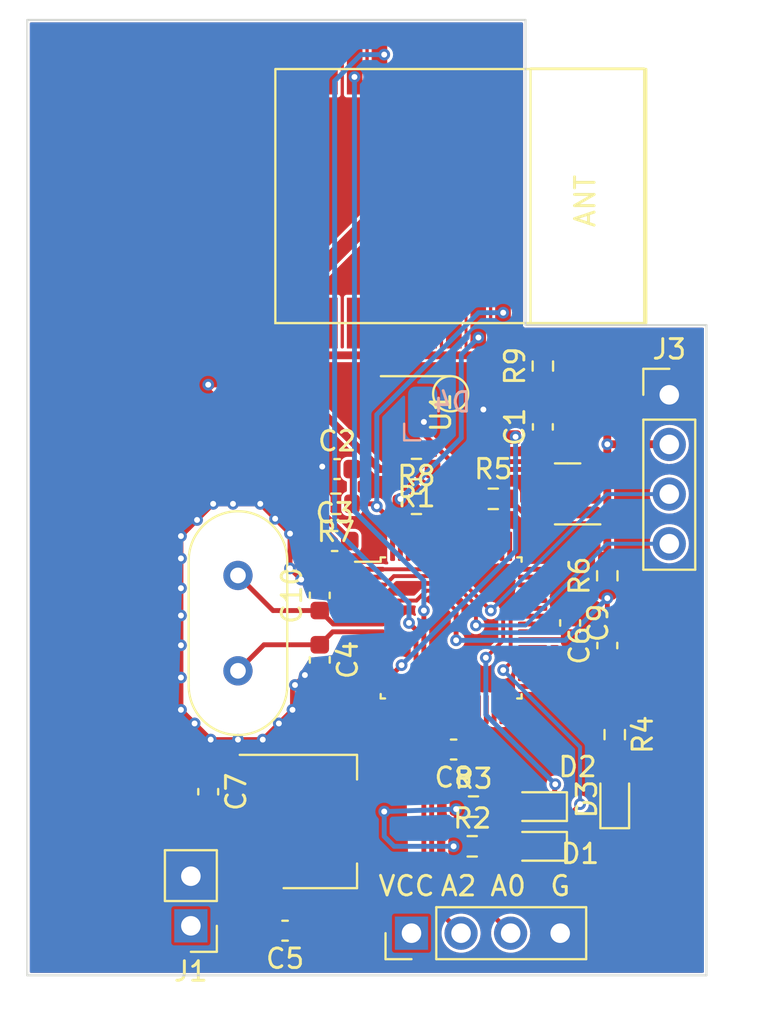
<source format=kicad_pcb>
(kicad_pcb (version 20211014) (generator pcbnew)
  (layers (0 "F.Cu" signal) (31 "B.Cu" signal) (34 "B.Paste" user) (35 "F.Paste" user) (36 "B.SilkS" user "B.Silkscreen") (37 "F.SilkS" user "F.Silkscreen") (38 "B.Mask" user) (39 "F.Mask" user) (44 "Edge.Cuts" user))
  (net 0 "")
  (net 1 "GND")
  (net 2 "+3V3")
  (net 3 "+6V")
  (net 4 "/OSC_OUT")
  (net 5 "/OSC_IN")
  (net 6 "/LED1")
  (net 7 "Net-(D1-Pad2)")
  (net 8 "/LED2")
  (net 9 "Net-(D2-Pad2)")
  (net 10 "Net-(D3-Pad2)")
  (net 11 "Net-(D4-Pad2)")
  (net 12 "Net-(Q1-Pad1)")
  (net 13 "Net-(Q1-Pad3)")
  (net 14 "/IRT")
  (net 15 "/out")
  (net 18 "/RX")
  (net 19 "/TX")
  (net 33 "/WAKE")
  (net 34 "/RST")
  (net 58 "/SCL")
  (net 59 "/SDA")
  (net 77 "Net-(C6-Pad2)")
  (net 78 "/PA2")
  (net 79 "/PA0")
  (net 80 "Net-(C1-Pad2)")
  (footprint "MyLib:IRM-H638T" (layer "F.Cu") (at 204.699 99.3315 90)
    (fp_text reference "U1" (at 0 -0.5 90 unlocked) (layer "F.SilkS"))
    (fp_text value "IRM-H638T")
    (pad "1" smd roundrect (at 1.27 -2.9 90) (size 0.7 1.4) (layers "F.Cu" "F.Paste" "F.Mask") (net 1 "GND"))
    (pad "2" smd roundrect (at -1.27 -2.9 90) (size 0.7 1.4) (layers "F.Cu" "F.Paste" "F.Mask") (net 1 "GND"))
    (pad "3" smd roundrect (at -1.27 2.9 90) (size 0.7 1.4) (layers "F.Cu" "F.Paste" "F.Mask") (net 15 "/out"))
    (pad "4" smd roundrect (at 1.27 2.9 90) (size 0.7 1.4) (layers "F.Cu" "F.Paste" "F.Mask") (net 80 "Net-(C1-Pad2)"))
  )
  (footprint "Capacitor_SMD:C_0603_1608Metric" (layer "F.Cu") (at 198.882 102.235)
    (fp_text reference "C2" (at 0 -1.43) (layer "F.SilkS"))
    (fp_text value "100n")
    (pad "1" smd roundrect locked (at -0.775 0) (size 0.9 0.95) (layers "F.Cu" "F.Paste" "F.Mask") (net 1 "GND"))
    (pad "2" smd roundrect locked (at 0.775 0) (size 0.9 0.95) (layers "F.Cu" "F.Paste" "F.Mask") (net 34 "/RST"))
  )
  (footprint "Capacitor_SMD:C_0603_1608Metric" (layer "F.Cu") (at 197.993 108.699 90)
    (fp_text reference "C10" (at 0 -1.43 90) (layer "F.SilkS"))
    (fp_text value "10p")
    (pad "1" smd roundrect locked (at -0.775 0 90) (size 0.9 0.95) (layers "F.Cu" "F.Paste" "F.Mask") (net 5 "/OSC_IN"))
    (pad "2" smd roundrect locked (at 0.775 0 90) (size 0.9 0.95) (layers "F.Cu" "F.Paste" "F.Mask") (net 1 "GND"))
  )
  (footprint "Resistor_SMD:R_0603_1608Metric" (layer "F.Cu") (at 202.946 104.013)
    (fp_text reference "R8" (at 0 -1.43) (layer "F.SilkS"))
    (fp_text value "10K")
    (pad "1" smd roundrect locked (at -0.825 0) (size 0.8 0.95) (layers "F.Cu" "F.Paste" "F.Mask") (net 33 "/WAKE"))
    (pad "2" smd roundrect locked (at 0.825 0) (size 0.8 0.95) (layers "F.Cu" "F.Paste" "F.Mask") (net 2 "+3V3"))
  )
  (footprint "Connector_PinHeader_2.54mm:PinHeader_1x02_P2.54mm_Vertical" (layer "F.Cu") (at 191.389 125.608 180)
    (fp_text reference "J1" (at 0 -2.33) (layer "F.SilkS"))
    (fp_text value "Conn_01x02")
    (pad "1" thru_hole rect locked (at 0 0 180) (size 1.7 1.7) (drill 1) (layers *.Cu *.Mask) (net 3 "+6V"))
    (pad "2" thru_hole oval locked (at 0 2.54 180) (size 1.7 1.7) (drill 1) (layers *.Cu *.Mask) (net 1 "GND"))
  )
  (footprint "LED_SMD:LED_0603_1608Metric" (layer "F.Cu") (at 209.169 121.539 180)
    (fp_text reference "D1" (at -2.159 -0.381) (layer "F.SilkS"))
    (fp_text value "LED")
    (pad "1" smd roundrect locked (at -0.7875 0 180) (size 0.875 0.95) (layers "F.Cu" "F.Paste" "F.Mask") (net 6 "/LED1"))
    (pad "2" smd roundrect locked (at 0.7875 0 180) (size 0.875 0.95) (layers "F.Cu" "F.Paste" "F.Mask") (net 7 "Net-(D1-Pad2)"))
  )
  (footprint "Package_QFP:LQFP-64_7x7mm_P0.4mm" (layer "F.Cu") (at 204.724 110.363)
    (fp_text reference "U3" hide)
    (fp_text value "HT66F2390")
    (pad "1" smd roundrect locked (at -4.175 -3) (size 1.5 0.25) (layers "F.Cu" "F.Paste" "F.Mask") (net 58 "/SCL"))
    (pad "2" smd roundrect locked (at -4.175 -2.6) (size 1.5 0.25) (layers "F.Cu" "F.Paste" "F.Mask"))
    (pad "3" smd roundrect locked (at -4.175 -2.2) (size 1.5 0.25) (layers "F.Cu" "F.Paste" "F.Mask") (net 59 "/SDA"))
    (pad "4" smd roundrect locked (at -4.175 -1.8) (size 1.5 0.25) (layers "F.Cu" "F.Paste" "F.Mask"))
    (pad "5" smd roundrect locked (at -4.175 -1.4) (size 1.5 0.25) (layers "F.Cu" "F.Paste" "F.Mask") (net 77 "Net-(C6-Pad2)"))
    (pad "6" smd roundrect locked (at -4.175 -1) (size 1.5 0.25) (layers "F.Cu" "F.Paste" "F.Mask") (net 2 "+3V3"))
    (pad "7" smd roundrect locked (at -4.175 -0.6) (size 1.5 0.25) (layers "F.Cu" "F.Paste" "F.Mask") (net 1 "GND"))
    (pad "8" smd roundrect locked (at -4.175 -0.2) (size 1.5 0.25) (layers "F.Cu" "F.Paste" "F.Mask") (net 5 "/OSC_IN"))
    (pad "9" smd roundrect locked (at -4.175 0.2) (size 1.5 0.25) (layers "F.Cu" "F.Paste" "F.Mask") (net 4 "/OSC_OUT"))
    (pad "10" smd roundrect locked (at -4.175 0.6) (size 1.5 0.25) (layers "F.Cu" "F.Paste" "F.Mask"))
    (pad "11" smd roundrect locked (at -4.175 1) (size 1.5 0.25) (layers "F.Cu" "F.Paste" "F.Mask"))
    (pad "12" smd roundrect locked (at -4.175 1.4) (size 1.5 0.25) (layers "F.Cu" "F.Paste" "F.Mask"))
    (pad "13" smd roundrect locked (at -4.175 1.8) (size 1.5 0.25) (layers "F.Cu" "F.Paste" "F.Mask"))
    (pad "14" smd roundrect locked (at -4.175 2.2) (size 1.5 0.25) (layers "F.Cu" "F.Paste" "F.Mask"))
    (pad "15" smd roundrect locked (at -4.175 2.6) (size 1.5 0.25) (layers "F.Cu" "F.Paste" "F.Mask") (net 15 "/out"))
    (pad "16" smd roundrect locked (at -4.175 3) (size 1.5 0.25) (layers "F.Cu" "F.Paste" "F.Mask") (net 78 "/PA2"))
    (pad "17" smd roundrect locked (at -3 4.175) (size 0.25 1.5) (layers "F.Cu" "F.Paste" "F.Mask"))
    (pad "18" smd roundrect locked (at -2.6 4.175) (size 0.25 1.5) (layers "F.Cu" "F.Paste" "F.Mask"))
    (pad "19" smd roundrect locked (at -2.2 4.175) (size 0.25 1.5) (layers "F.Cu" "F.Paste" "F.Mask") (net 79 "/PA0"))
    (pad "20" smd roundrect locked (at -1.8 4.175) (size 0.25 1.5) (layers "F.Cu" "F.Paste" "F.Mask") (net 18 "/RX"))
    (pad "21" smd roundrect locked (at -1.4 4.175) (size 0.25 1.5) (layers "F.Cu" "F.Paste" "F.Mask") (net 19 "/TX"))
    (pad "22" smd roundrect locked (at -1 4.175) (size 0.25 1.5) (layers "F.Cu" "F.Paste" "F.Mask") (net 2 "+3V3"))
    (pad "23" smd roundrect locked (at -0.6 4.175) (size 0.25 1.5) (layers "F.Cu" "F.Paste" "F.Mask") (net 1 "GND"))
    (pad "24" smd roundrect locked (at -0.2 4.175) (size 0.25 1.5) (layers "F.Cu" "F.Paste" "F.Mask"))
    (pad "25" smd roundrect locked (at 0.2 4.175) (size 0.25 1.5) (layers "F.Cu" "F.Paste" "F.Mask"))
    (pad "26" smd roundrect locked (at 0.6 4.175) (size 0.25 1.5) (layers "F.Cu" "F.Paste" "F.Mask"))
    (pad "27" smd roundrect locked (at 1 4.175) (size 0.25 1.5) (layers "F.Cu" "F.Paste" "F.Mask"))
    (pad "28" smd roundrect locked (at 1.4 4.175) (size 0.25 1.5) (layers "F.Cu" "F.Paste" "F.Mask"))
    (pad "29" smd roundrect locked (at 1.8 4.175) (size 0.25 1.5) (layers "F.Cu" "F.Paste" "F.Mask"))
    (pad "30" smd roundrect locked (at 2.2 4.175) (size 0.25 1.5) (layers "F.Cu" "F.Paste" "F.Mask"))
    (pad "31" smd roundrect locked (at 2.6 4.175) (size 0.25 1.5) (layers "F.Cu" "F.Paste" "F.Mask"))
    (pad "32" smd roundrect locked (at 3 4.175) (size 0.25 1.5) (layers "F.Cu" "F.Paste" "F.Mask"))
    (pad "33" smd roundrect locked (at 4.175 3) (size 1.5 0.25) (layers "F.Cu" "F.Paste" "F.Mask"))
    (pad "34" smd roundrect locked (at 4.175 2.6) (size 1.5 0.25) (layers "F.Cu" "F.Paste" "F.Mask"))
    (pad "35" smd roundrect locked (at 4.175 2.2) (size 1.5 0.25) (layers "F.Cu" "F.Paste" "F.Mask"))
    (pad "36" smd roundrect locked (at 4.175 1.8) (size 1.5 0.25) (layers "F.Cu" "F.Paste" "F.Mask"))
    (pad "37" smd roundrect locked (at 4.175 1.4) (size 1.5 0.25) (layers "F.Cu" "F.Paste" "F.Mask"))
    (pad "38" smd roundrect locked (at 4.175 1) (size 1.5 0.25) (layers "F.Cu" "F.Paste" "F.Mask"))
    (pad "39" smd roundrect locked (at 4.175 0.6) (size 1.5 0.25) (layers "F.Cu" "F.Paste" "F.Mask") (net 2 "+3V3"))
    (pad "40" smd roundrect locked (at 4.175 0.2) (size 1.5 0.25) (layers "F.Cu" "F.Paste" "F.Mask"))
    (pad "41" smd roundrect locked (at 4.175 -0.2) (size 1.5 0.25) (layers "F.Cu" "F.Paste" "F.Mask"))
    (pad "42" smd roundrect locked (at 4.175 -0.6) (size 1.5 0.25) (layers "F.Cu" "F.Paste" "F.Mask") (net 1 "GND"))
    (pad "43" smd roundrect locked (at 4.175 -1) (size 1.5 0.25) (layers "F.Cu" "F.Paste" "F.Mask") (net 6 "/LED1"))
    (pad "44" smd roundrect locked (at 4.175 -1.4) (size 1.5 0.25) (layers "F.Cu" "F.Paste" "F.Mask") (net 8 "/LED2"))
    (pad "45" smd roundrect locked (at 4.175 -1.8) (size 1.5 0.25) (layers "F.Cu" "F.Paste" "F.Mask"))
    (pad "46" smd roundrect locked (at 4.175 -2.2) (size 1.5 0.25) (layers "F.Cu" "F.Paste" "F.Mask"))
    (pad "47" smd roundrect locked (at 4.175 -2.6) (size 1.5 0.25) (layers "F.Cu" "F.Paste" "F.Mask"))
    (pad "48" smd roundrect locked (at 4.175 -3) (size 1.5 0.25) (layers "F.Cu" "F.Paste" "F.Mask"))
    (pad "49" smd roundrect locked (at 3 -4.175) (size 0.25 1.5) (layers "F.Cu" "F.Paste" "F.Mask"))
    (pad "50" smd roundrect locked (at 2.6 -4.175) (size 0.25 1.5) (layers "F.Cu" "F.Paste" "F.Mask"))
    (pad "51" smd roundrect locked (at 2.2 -4.175) (size 0.25 1.5) (layers "F.Cu" "F.Paste" "F.Mask"))
    (pad "52" smd roundrect locked (at 1.8 -4.175) (size 0.25 1.5) (layers "F.Cu" "F.Paste" "F.Mask"))
    (pad "53" smd roundrect locked (at 1.4 -4.175) (size 0.25 1.5) (layers "F.Cu" "F.Paste" "F.Mask") (net 14 "/IRT"))
    (pad "54" smd roundrect locked (at 1 -4.175) (size 0.25 1.5) (layers "F.Cu" "F.Paste" "F.Mask"))
    (pad "55" smd roundrect locked (at 0.6 -4.175) (size 0.25 1.5) (layers "F.Cu" "F.Paste" "F.Mask"))
    (pad "56" smd roundrect locked (at 0.2 -4.175) (size 0.25 1.5) (layers "F.Cu" "F.Paste" "F.Mask"))
    (pad "57" smd roundrect locked (at -0.2 -4.175) (size 0.25 1.5) (layers "F.Cu" "F.Paste" "F.Mask"))
    (pad "58" smd roundrect locked (at -0.6 -4.175) (size 0.25 1.5) (layers "F.Cu" "F.Paste" "F.Mask"))
    (pad "59" smd roundrect locked (at -1 -4.175) (size 0.25 1.5) (layers "F.Cu" "F.Paste" "F.Mask"))
    (pad "60" smd roundrect locked (at -1.4 -4.175) (size 0.25 1.5) (layers "F.Cu" "F.Paste" "F.Mask"))
    (pad "61" smd roundrect locked (at -1.8 -4.175) (size 0.25 1.5) (layers "F.Cu" "F.Paste" "F.Mask"))
    (pad "62" smd roundrect locked (at -2.2 -4.175) (size 0.25 1.5) (layers "F.Cu" "F.Paste" "F.Mask"))
    (pad "63" smd roundrect locked (at -2.6 -4.175) (size 0.25 1.5) (layers "F.Cu" "F.Paste" "F.Mask") (net 33 "/WAKE"))
    (pad "64" smd roundrect locked (at -3 -4.175) (size 0.25 1.5) (layers "F.Cu" "F.Paste" "F.Mask") (net 34 "/RST"))
  )
  (footprint "Resistor_SMD:R_0603_1608Metric" (layer "F.Cu") (at 212.725 107.696 90)
    (fp_text reference "R6" (at 0 -1.43 90) (layer "F.SilkS"))
    (fp_text value "10K")
    (pad "1" smd roundrect locked (at -0.825 0 90) (size 0.8 0.95) (layers "F.Cu" "F.Paste" "F.Mask") (net 77 "Net-(C6-Pad2)"))
    (pad "2" smd roundrect locked (at 0.825 0 90) (size 0.8 0.95) (layers "F.Cu" "F.Paste" "F.Mask") (net 2 "+3V3"))
  )
  (footprint "MyLib:E103-W05" (layer "F.Cu") (at 195.717 94.765 90)
    (fp_text reference "U2" hide)
    (fp_text value "E103-W05")
    (fp_text user "ANT" (at 6.25 15.875 90 unlocked) (layer "F.SilkS"))
    (pad "1" smd rect (at 13 11.665 270) (size 2.6 0.8) (layers "F.Cu" "F.Paste" "F.Mask") (net 1 "GND"))
    (pad "2" smd rect (at 13 10.395 270) (size 2.6 0.8) (layers "F.Cu" "F.Paste" "F.Mask") (net 1 "GND"))
    (pad "3" smd rect (at 13 9.144 270) (size 2.6 0.8) (layers "F.Cu" "F.Paste" "F.Mask") (net 2 "+3V3"))
    (pad "4" smd rect (at 13 7.874 270) (size 2.6 0.8) (layers "F.Cu" "F.Paste" "F.Mask"))
    (pad "5" smd rect (at 13 6.604 270) (size 2.6 0.8) (layers "F.Cu" "F.Paste" "F.Mask"))
    (pad "6" smd rect (at 13 5.334 270) (size 2.6 0.8) (layers "F.Cu" "F.Paste" "F.Mask") (net 18 "/RX"))
    (pad "7" smd rect (at 13 4.064 270) (size 2.6 0.8) (layers "F.Cu" "F.Paste" "F.Mask") (net 19 "/TX"))
    (pad "8" smd rect (at 13 2.794 270) (size 2.6 0.8) (layers "F.Cu" "F.Paste" "F.Mask"))
    (pad "9" smd rect (at 9.675 0 180) (size 2.6 0.8) (layers "F.Cu" "F.Paste" "F.Mask"))
    (pad "10" smd rect (at 8.405 0 180) (size 2.6 0.8) (layers "F.Cu" "F.Paste" "F.Mask"))
    (pad "11" smd rect (at 7.135 0 180) (size 2.6 0.8) (layers "F.Cu" "F.Paste" "F.Mask"))
    (pad "12" smd rect (at 5.865 0 180) (size 2.6 0.8) (layers "F.Cu" "F.Paste" "F.Mask"))
    (pad "13" smd rect (at 4.595 0 180) (size 2.6 0.8) (layers "F.Cu" "F.Paste" "F.Mask"))
    (pad "14" smd rect (at 3.325 0 180) (size 2.6 0.8) (layers "F.Cu" "F.Paste" "F.Mask"))
    (pad "15" smd rect (at 0 2.794 270) (size 2.6 0.8) (layers "F.Cu" "F.Paste" "F.Mask"))
    (pad "16" smd rect (at 0 4.064 270) (size 2.6 0.8) (layers "F.Cu" "F.Paste" "F.Mask"))
    (pad "17" smd rect (at 0 5.334 270) (size 2.6 0.8) (layers "F.Cu" "F.Paste" "F.Mask"))
    (pad "18" smd rect (at 0 6.604 270) (size 2.6 0.8) (layers "F.Cu" "F.Paste" "F.Mask"))
    (pad "19" smd rect (at 0 7.874 270) (size 2.6 0.8) (layers "F.Cu" "F.Paste" "F.Mask"))
    (pad "20" smd rect (at 0 9.144 270) (size 2.6 0.8) (layers "F.Cu" "F.Paste" "F.Mask"))
    (pad "21" smd rect (at 0 10.395 270) (size 2.6 0.8) (layers "F.Cu" "F.Paste" "F.Mask") (net 33 "/WAKE"))
    (pad "22" smd rect (at 0 11.665 270) (size 2.6 0.8) (layers "F.Cu" "F.Paste" "F.Mask") (net 34 "/RST"))
  )
  (footprint "Resistor_SMD:R_0603_1608Metric" (layer "F.Cu") (at 198.818 104.013 180)
    (fp_text reference "R7" (at 0 -1.43) (layer "F.SilkS"))
    (fp_text value "10K")
    (pad "1" smd roundrect locked (at -0.825 0 180) (size 0.8 0.95) (layers "F.Cu" "F.Paste" "F.Mask") (net 34 "/RST"))
    (pad "2" smd roundrect locked (at 0.825 0 180) (size 0.8 0.95) (layers "F.Cu" "F.Paste" "F.Mask") (net 2 "+3V3"))
  )
  (footprint "Capacitor_SMD:C_0603_1608Metric" (layer "F.Cu") (at 204.851 116.586 180)
    (fp_text reference "C8" (at 0 -1.43) (layer "F.SilkS"))
    (fp_text value "100n")
    (pad "1" smd roundrect locked (at -0.775 0 180) (size 0.9 0.95) (layers "F.Cu" "F.Paste" "F.Mask") (net 1 "GND"))
    (pad "2" smd roundrect locked (at 0.775 0 180) (size 0.9 0.95) (layers "F.Cu" "F.Paste" "F.Mask") (net 2 "+3V3"))
  )
  (footprint "Connector_PinHeader_2.54mm:PinHeader_1x04_P2.54mm_Vertical" (layer "F.Cu") (at 215.9 98.435)
    (fp_text reference "J3" (at 0 -2.33) (layer "F.SilkS"))
    (fp_text value "Conn_01x04")
    (pad "1" thru_hole rect locked (at 0 0) (size 1.7 1.7) (drill 1) (layers *.Cu *.Mask) (net 1 "GND"))
    (pad "2" thru_hole oval locked (at 0 2.54) (size 1.7 1.7) (drill 1) (layers *.Cu *.Mask) (net 2 "+3V3"))
    (pad "3" thru_hole oval locked (at 0 5.08) (size 1.7 1.7) (drill 1) (layers *.Cu *.Mask) (net 58 "/SCL"))
    (pad "4" thru_hole oval locked (at 0 7.62) (size 1.7 1.7) (drill 1) (layers *.Cu *.Mask) (net 59 "/SDA"))
  )
  (footprint "Resistor_SMD:R_0603_1608Metric" (layer "F.Cu") (at 205.867 119.507)
    (fp_text reference "R3" (at 0 -1.43) (layer "F.SilkS"))
    (fp_text value "1K")
    (pad "1" smd roundrect locked (at -0.825 0) (size 0.8 0.95) (layers "F.Cu" "F.Paste" "F.Mask") (net 2 "+3V3"))
    (pad "2" smd roundrect locked (at 0.825 0) (size 0.8 0.95) (layers "F.Cu" "F.Paste" "F.Mask") (net 9 "Net-(D2-Pad2)"))
  )
  (footprint "Package_TO_SOT_SMD:SOT-223-3_TabPin2" (layer "F.Cu") (at 197.993 120.269)
    (fp_text reference "U4" hide)
    (fp_text value "AMS1117-3.3")
    (pad "1" smd rect locked (at -3.15 -2.3) (size 2 1.5) (layers "F.Cu" "F.Paste" "F.Mask") (net 1 "GND"))
    (pad "2" smd rect locked (at 3.15 0) (size 2 3.8) (layers "F.Cu" "F.Paste" "F.Mask") (net 2 "+3V3"))
    (pad "2" smd rect locked (at -3.15 0) (size 2 1.5) (layers "F.Cu" "F.Paste" "F.Mask") (net 2 "+3V3"))
    (pad "3" smd rect locked (at -3.15 2.3) (size 2 1.5) (layers "F.Cu" "F.Paste" "F.Mask") (net 3 "+6V"))
  )
  (footprint "Capacitor_SMD:C_0603_1608Metric" (layer "F.Cu") (at 209.423 100.076 90)
    (fp_text reference "C1" (at 0 -1.43 90) (layer "F.SilkS"))
    (fp_text value "4.7u")
    (pad "1" smd roundrect locked (at -0.775 0 90) (size 0.9 0.95) (layers "F.Cu" "F.Paste" "F.Mask") (net 1 "GND"))
    (pad "2" smd roundrect locked (at 0.775 0 90) (size 0.9 0.95) (layers "F.Cu" "F.Paste" "F.Mask") (net 80 "Net-(C1-Pad2)"))
  )
  (footprint "Resistor_SMD:R_0603_1608Metric" (layer "F.Cu") (at 205.804 121.539)
    (fp_text reference "R2" (at 0 -1.43) (layer "F.SilkS"))
    (fp_text value "1K")
    (pad "1" smd roundrect locked (at -0.825 0) (size 0.8 0.95) (layers "F.Cu" "F.Paste" "F.Mask") (net 2 "+3V3"))
    (pad "2" smd roundrect locked (at 0.825 0) (size 0.8 0.95) (layers "F.Cu" "F.Paste" "F.Mask") (net 7 "Net-(D1-Pad2)"))
  )
  (footprint "LED_SMD:LED_0603_1608Metric" (layer "F.Cu") (at 209.169 119.507 180)
    (fp_text reference "D2" (at -2.032 2.032) (layer "F.SilkS"))
    (fp_text value "LED")
    (pad "1" smd roundrect locked (at -0.7875 0 180) (size 0.875 0.95) (layers "F.Cu" "F.Paste" "F.Mask") (net 8 "/LED2"))
    (pad "2" smd roundrect locked (at 0.7875 0 180) (size 0.875 0.95) (layers "F.Cu" "F.Paste" "F.Mask") (net 9 "Net-(D2-Pad2)"))
  )
  (footprint "Capacitor_SMD:C_0603_1608Metric" (layer "F.Cu") (at 210.82 110.109 -90)
    (fp_text reference "C9" (at 0 -1.43 90) (layer "F.SilkS"))
    (fp_text value "100n")
    (pad "1" smd roundrect locked (at -0.775 0 270) (size 0.9 0.95) (layers "F.Cu" "F.Paste" "F.Mask") (net 1 "GND"))
    (pad "2" smd roundrect locked (at 0.775 0 270) (size 0.9 0.95) (layers "F.Cu" "F.Paste" "F.Mask") (net 2 "+3V3"))
  )
  (footprint "Capacitor_SMD:C_0603_1608Metric" (layer "F.Cu") (at 192.278 118.745 -90)
    (fp_text reference "C7" (at 0 -1.43 90) (layer "F.SilkS"))
    (fp_text value "100n")
    (pad "1" smd roundrect locked (at -0.775 0 270) (size 0.9 0.95) (layers "F.Cu" "F.Paste" "F.Mask") (net 1 "GND"))
    (pad "2" smd roundrect locked (at 0.775 0 270) (size 0.9 0.95) (layers "F.Cu" "F.Paste" "F.Mask") (net 2 "+3V3"))
  )
  (footprint "Resistor_SMD:R_0603_1608Metric" (layer "F.Cu") (at 213.106 115.824 -90)
    (fp_text reference "R4" (at 0 -1.43 90) (layer "F.SilkS"))
    (fp_text value "1K")
    (pad "1" smd roundrect locked (at -0.825 0 270) (size 0.8 0.95) (layers "F.Cu" "F.Paste" "F.Mask") (net 2 "+3V3"))
    (pad "2" smd roundrect locked (at 0.825 0 270) (size 0.8 0.95) (layers "F.Cu" "F.Paste" "F.Mask") (net 10 "Net-(D3-Pad2)"))
  )
  (footprint "Resistor_SMD:R_0603_1608Metric" (layer "F.Cu") (at 209.423 96.964 90)
    (fp_text reference "R9" (at 0 -1.43 90) (layer "F.SilkS"))
    (fp_text value "100")
    (pad "1" smd roundrect locked (at -0.825 0 90) (size 0.8 0.95) (layers "F.Cu" "F.Paste" "F.Mask") (net 80 "Net-(C1-Pad2)"))
    (pad "2" smd roundrect locked (at 0.825 0 90) (size 0.8 0.95) (layers "F.Cu" "F.Paste" "F.Mask") (net 2 "+3V3"))
  )
  (footprint "Package_TO_SOT_SMD:SOT-23" (layer "F.Cu") (at 210.693 103.505 180)
    (fp_text reference "Q1" hide)
    (fp_text value "Q_NPN_BEC")
    (pad "1" smd roundrect locked (at -0.9375 -0.95 180) (size 1.475 0.6) (layers "F.Cu" "F.Paste" "F.Mask") (net 12 "Net-(Q1-Pad1)"))
    (pad "2" smd roundrect locked (at -0.9375 0.95 180) (size 1.475 0.6) (layers "F.Cu" "F.Paste" "F.Mask") (net 11 "Net-(D4-Pad2)"))
    (pad "3" smd roundrect locked (at 0.9375 0 180) (size 1.475 0.6) (layers "F.Cu" "F.Paste" "F.Mask") (net 13 "Net-(Q1-Pad3)"))
  )
  (footprint "Capacitor_SMD:C_0603_1608Metric" (layer "F.Cu") (at 198.755 105.918)
    (fp_text reference "C3" (at 0 -1.43) (layer "F.SilkS"))
    (fp_text value "100n")
    (pad "1" smd roundrect locked (at -0.775 0) (size 0.9 0.95) (layers "F.Cu" "F.Paste" "F.Mask") (net 1 "GND"))
    (pad "2" smd roundrect locked (at 0.775 0) (size 0.9 0.95) (layers "F.Cu" "F.Paste" "F.Mask") (net 2 "+3V3"))
  )
  (footprint "Resistor_SMD:R_0603_1608Metric" (layer "F.Cu") (at 202.946 102.235 180)
    (fp_text reference "R1" (at 0 -1.43) (layer "F.SilkS"))
    (fp_text value "100")
    (pad "1" smd roundrect locked (at -0.825 0 180) (size 0.8 0.95) (layers "F.Cu" "F.Paste" "F.Mask") (net 13 "Net-(Q1-Pad3)"))
    (pad "2" smd roundrect locked (at 0.825 0 180) (size 0.8 0.95) (layers "F.Cu" "F.Paste" "F.Mask") (net 2 "+3V3"))
  )
  (footprint "LED_SMD:LED_0603_1608Metric" (layer "F.Cu") (at 213.106 119.126 90)
    (fp_text reference "D3" (at 0 -1.43 90) (layer "F.SilkS"))
    (fp_text value "LED")
    (pad "1" smd roundrect locked (at -0.7875 0 90) (size 0.875 0.95) (layers "F.Cu" "F.Paste" "F.Mask") (net 1 "GND"))
    (pad "2" smd roundrect locked (at 0.7875 0 90) (size 0.875 0.95) (layers "F.Cu" "F.Paste" "F.Mask") (net 10 "Net-(D3-Pad2)"))
  )
  (footprint "Capacitor_SMD:C_0603_1608Metric" (layer "F.Cu") (at 196.215 125.857 180)
    (fp_text reference "C5" (at 0 -1.43) (layer "F.SilkS"))
    (fp_text value "100n")
    (pad "1" smd roundrect locked (at -0.775 0 180) (size 0.9 0.95) (layers "F.Cu" "F.Paste" "F.Mask") (net 1 "GND"))
    (pad "2" smd roundrect locked (at 0.775 0 180) (size 0.9 0.95) (layers "F.Cu" "F.Paste" "F.Mask") (net 3 "+6V"))
  )
  (footprint "Crystal:Crystal_HC49-4H_Vertical" (layer "F.Cu") (at 193.802 112.559 90)
    (fp_text reference "Y1" hide)
    (fp_text value "11.0592M")
    (pad "1" thru_hole circle locked (at 0 0 90) (size 1.5 1.5) (drill 0.8) (layers *.Cu *.Mask) (net 4 "/OSC_OUT"))
    (pad "2" thru_hole circle locked (at 4.88 0 90) (size 1.5 1.5) (drill 0.8) (layers *.Cu *.Mask) (net 5 "/OSC_IN"))
  )
  (footprint "Capacitor_SMD:C_0603_1608Metric" (layer "F.Cu") (at 197.993 112.001 -90)
    (fp_text reference "C4" (at 0 -1.43 90) (layer "F.SilkS"))
    (fp_text value "10p")
    (pad "1" smd roundrect locked (at -0.775 0 270) (size 0.9 0.95) (layers "F.Cu" "F.Paste" "F.Mask") (net 4 "/OSC_OUT"))
    (pad "2" smd roundrect locked (at 0.775 0 270) (size 0.9 0.95) (layers "F.Cu" "F.Paste" "F.Mask") (net 1 "GND"))
  )
  (footprint "Connector_PinHeader_2.54mm:PinHeader_1x04_P2.54mm_Vertical" (layer "F.Cu") (at 202.692 125.984 90)
    (fp_text reference "J2" hide)
    (fp_text value "Conn_01x04")
    (pad "1" thru_hole rect locked (at 0 0 90) (size 1.7 1.7) (drill 1) (layers *.Cu *.Mask) (net 2 "+3V3"))
    (pad "2" thru_hole oval locked (at 0 2.54 90) (size 1.7 1.7) (drill 1) (layers *.Cu *.Mask) (net 78 "/PA2"))
    (pad "3" thru_hole oval locked (at 0 5.08 90) (size 1.7 1.7) (drill 1) (layers *.Cu *.Mask) (net 79 "/PA0"))
    (pad "4" thru_hole oval locked (at 0 7.62 90) (size 1.7 1.7) (drill 1) (layers *.Cu *.Mask) (net 1 "GND"))
  )
  (footprint "Resistor_SMD:R_0603_1608Metric" (layer "F.Cu") (at 206.883 103.759 180)
    (fp_text reference "R5" (at 0 1.524 180) (layer "F.SilkS"))
    (fp_text value "3.9K")
    (pad "1" smd roundrect locked (at -0.825 0 180) (size 0.8 0.95) (layers "F.Cu" "F.Paste" "F.Mask") (net 12 "Net-(Q1-Pad1)"))
    (pad "2" smd roundrect locked (at 0.825 0 180) (size 0.8 0.95) (layers "F.Cu" "F.Paste" "F.Mask") (net 14 "/IRT"))
  )
  (footprint "Capacitor_SMD:C_0603_1608Metric" (layer "F.Cu") (at 212.725 111.265 90)
    (fp_text reference "C6" (at 0 -1.43 90) (layer "F.SilkS"))
    (fp_text value "100n")
    (pad "1" smd roundrect locked (at -0.775 0 90) (size 0.9 0.95) (layers "F.Cu" "F.Paste" "F.Mask") (net 1 "GND"))
    (pad "2" smd roundrect locked (at 0.775 0 90) (size 0.9 0.95) (layers "F.Cu" "F.Paste" "F.Mask") (net 77 "Net-(C6-Pad2)"))
  )
  (footprint "MyLib:LED 3528" (layer "B.Cu") (at 204.7665 99.314 180)
    (fp_text reference "D4" (at 0 0.5 unlocked) (layer "B.SilkS") (effects (justify mirror)))
    (fp_text value "LED")
    (pad "1" smd roundrect (at -1.5 0 180) (size 1.5 2.6) (layers "B.Cu" "B.Paste" "B.Mask") (net 1 "GND"))
    (pad "2" smd roundrect (at 1.5 0 180) (size 1.5 2.6) (layers "B.Cu" "B.Paste" "B.Mask") (net 11 "Net-(D4-Pad2)"))
  )
  (gr_line (start 217.805 94.869) (end 208.534 94.869) (layer "Edge.Cuts") (width 0.1))
  (gr_line (start 217.805 128.143) (end 183.007 128.143) (layer "Edge.Cuts") (width 0.1))
  (gr_line (start 183.007 128.143) (end 183.007 79.248) (layer "Edge.Cuts") (width 0.1))
  (gr_line (start 208.534 94.869) (end 208.534 79.248) (layer "Edge.Cuts") (width 0.1))
  (gr_line (start 183.007 79.248) (end 208.534 79.248) (layer "Edge.Cuts") (width 0.1))
  (gr_line (start 217.805 94.869) (end 217.805 128.143) (layer "Edge.Cuts") (width 0.1))
  (gr_text "G" (at 210.312 123.571) (layer "F.SilkS") (effects (font (size 1 1))))
  (gr_text "A0\n" (at 207.645 123.571) (layer "F.SilkS") (effects (font (size 1 1))))
  (gr_text "VCC" (at 202.438 123.571) (layer "F.SilkS") (effects (font (size 1 1))))
  (gr_text "A2" (at 205.105 123.571) (layer "F.SilkS") (effects (font (size 1 1))))
  (segment (start 196.596 113.411) (end 196.723 113.284) (width 0.25) (layer "F.Cu") (net 1))
  (segment (start 190.881 105.664) (end 190.881 106.807) (width 0.25) (layer "F.Cu") (net 1))
  (segment (start 197.078 107.924) (end 197.0405 107.8865) (width 0.25) (layer "F.Cu") (net 1))
  (segment (start 190.881 106.807) (end 190.881 108.331) (width 0.25) (layer "F.Cu") (net 1))
  (segment (start 197.993 107.924) (end 197.078 107.924) (width 0.25) (layer "F.Cu") (net 1))
  (segment (start 190.881 112.903) (end 190.881 114.554) (width 0.25) (layer "F.Cu") (net 1))
  (segment (start 195.072 116.078) (end 195.8975 115.2525) (width 0.25) (layer "F.Cu") (net 1))
  (segment (start 196.596 114.554) (end 196.596 113.411) (width 0.25) (layer "F.Cu") (net 1))
  (segment (start 196.469 107.315) (end 196.469 105.537) (width 0.25) (layer "F.Cu") (net 1))
  (segment (start 190.881 111.252) (end 190.881 112.903) (width 0.25) (layer "F.Cu") (net 1))
  (segment (start 193.802 116.078) (end 195.072 116.078) (width 0.25) (layer "F.Cu") (net 1))
  (segment (start 190.881 109.728) (end 190.881 111.252) (width 0.25) (layer "F.Cu") (net 1))
  (segment (start 192.405 116.078) (end 193.802 116.078) (width 0.25) (layer "F.Cu") (net 1))
  (segment (start 191.5795 115.2525) (end 192.405 116.078) (width 0.25) (layer "F.Cu") (net 1))
  (segment (start 197.0405 107.8865) (end 196.469 107.315) (width 0.25) (layer "F.Cu") (net 1))
  (segment (start 195.8975 115.2525) (end 196.596 114.554) (width 0.25) (layer "F.Cu") (net 1))
  (segment (start 196.723 113.284) (end 197.231 112.776) (width 0.25) (layer "F.Cu") (net 1))
  (segment (start 196.469 105.537) (end 195.707 104.775) (width 0.25) (layer "F.Cu") (net 1))
  (segment (start 195.707 104.775) (end 194.945 104.013) (width 0.25) (layer "F.Cu") (net 1))
  (segment (start 197.231 112.776) (end 197.993 112.776) (width 0.25) (layer "F.Cu") (net 1))
  (segment (start 190.881 114.554) (end 191.5795 115.2525) (width 0.25) (layer "F.Cu") (net 1))
  (segment (start 194.945 104.013) (end 193.548 104.013) (width 0.25) (layer "F.Cu") (net 1))
  (segment (start 190.881 108.331) (end 190.881 109.728) (width 0.25) (layer "F.Cu") (net 1))
  (segment (start 191.7065 104.8385) (end 190.881 105.664) (width 0.25) (layer "F.Cu") (net 1))
  (segment (start 192.532 104.013) (end 191.7065 104.8385) (width 0.25) (layer "F.Cu") (net 1))
  (segment (start 193.548 104.013) (end 192.532 104.013) (width 0.25) (layer "F.Cu") (net 1))
  (via (at 197.231 112.776) (size 0.6) (drill 0.3) (layers "F.Cu" "B.Cu") (net 1))
  (via (at 206.375 99.187) (size 0.6) (drill 0.3) (layers "F.Cu" "B.Cu") (net 1))
  (via (at 192.532 104.013) (size 0.6) (drill 0.3) (layers "F.Cu" "B.Cu") (net 1))
  (via (at 191.5795 115.2525) (size 0.6) (drill 0.3) (layers "F.Cu" "B.Cu") (net 1))
  (via (at 190.881 114.554) (size 0.6) (drill 0.3) (layers "F.Cu" "B.Cu") (net 1))
  (via (at 196.469 107.315) (size 0.6) (drill 0.3) (layers "F.Cu" "B.Cu") (net 1))
  (via (at 190.881 108.331) (size 0.6) (drill 0.3) (layers "F.Cu" "B.Cu") (net 1))
  (via (at 195.072 116.078) (size 0.6) (drill 0.3) (layers "F.Cu" "B.Cu") (net 1))
  (via (at 195.8975 115.2525) (size 0.6) (drill 0.3) (layers "F.Cu" "B.Cu") (net 1))
  (via (at 195.707 104.775) (size 0.6) (drill 0.3) (layers "F.Cu" "B.Cu") (net 1))
  (via (at 196.596 114.554) (size 0.6) (drill 0.3) (layers "F.Cu" "B.Cu") (net 1))
  (via (at 190.881 111.252) (size 0.6) (drill 0.3) (layers "F.Cu" "B.Cu") (net 1))
  (via (at 196.469 105.537) (size 0.6) (drill 0.3) (layers "F.Cu" "B.Cu") (net 1))
  (via (at 190.881 109.728) (size 0.6) (drill 0.3) (layers "F.Cu" "B.Cu") (net 1))
  (via (at 198.12 102.108) (size 0.6) (drill 0.3) (layers "F.Cu" "B.Cu") (net 1))
  (via (at 193.802 116.078) (size 0.6) (drill 0.3) (layers "F.Cu" "B.Cu") (net 1))
  (via (at 197.0405 107.8865) (size 0.6) (drill 0.3) (layers "F.Cu" "B.Cu") (net 1))
  (via (at 190.881 105.664) (size 0.6) (drill 0.3) (layers "F.Cu" "B.Cu") (net 1))
  (via (at 196.723 113.284) (size 0.6) (drill 0.3) (layers "F.Cu" "B.Cu") (net 1))
  (via (at 190.881 112.903) (size 0.6) (drill 0.3) (layers "F.Cu" "B.Cu") (net 1))
  (via (at 190.881 106.807) (size 0.6) (drill 0.3) (layers "F.Cu" "B.Cu") (net 1))
  (via (at 192.405 116.078) (size 0.6) (drill 0.3) (layers "F.Cu" "B.Cu") (net 1))
  (via (at 191.7065 104.8385) (size 0.6) (drill 0.3) (layers "F.Cu" "B.Cu") (net 1))
  (via (at 194.945 104.013) (size 0.6) (drill 0.3) (layers "F.Cu" "B.Cu") (net 1))
  (via (at 193.548 104.013) (size 0.6) (drill 0.3) (layers "F.Cu" "B.Cu") (net 1))
  (segment (start 194.843 120.269) (end 193.027 120.269) (width 0.8) (layer "F.Cu") (net 2))
  (segment (start 192.278 97.917) (end 192.2145 97.8535) (width 0.4) (layer "F.Cu") (net 2))
  (segment (start 199.722382 109.363) (end 199.136 108.776618) (width 0.25) (layer "F.Cu") (net 2))
  (segment (start 189.611 117.602) (end 189.611 100.457) (width 0.8) (layer "F.Cu") (net 2))
  (segment (start 201.041 102.235) (end 196.6595 97.8535) (width 0.4) (layer "F.Cu") (net 2))
  (segment (start 203.724 116.234) (end 204.076 116.586) (width 0.25) (layer "F.Cu") (net 2))
  (segment (start 192.278 119.52) (end 191.529 119.52) (width 0.8) (layer "F.Cu") (net 2))
  (segment (start 196.6595 97.8535) (end 192.2145 97.8535) (width 0.4) (layer "F.Cu") (net 2))
  (segment (start 193.6115 96.4565) (end 204.861 85.207) (width 0.8) (layer "F.Cu") (net 2))
  (segment (start 215.89 100.965) (end 215.9 100.975) (width 0.4) (layer "F.Cu") (net 2))
  (segment (start 193.653489 96.414511) (end 193.6115 96.4565) (width 0.4) (layer "F.Cu") (net 2))
  (segment (start 209.423 96.536862) (end 209.423 96.139) (width 0.4) (layer "F.Cu") (net 2))
  (segment (start 212.725 106.871) (end 212.725 100.965) (width 0.4) (layer "F.Cu") (net 2))
  (segment (start 202.121 102.363) (end 203.771 104.013) (width 0.4) (layer "F.Cu") (net 2))
  (segment (start 204.076 116.586) (end 204.979 117.489) (width 0.25) (layer "F.Cu") (net 2))
  (segment (start 210.82 110.884) (end 210.741 110.963) (width 0.25) (layer "F.Cu") (net 2))
  (segment (start 204.979 117.489) (end 204.979 121.539) (width 0.25) (layer "F.Cu") (net 2))
  (segment (start 199.136 108.776618) (end 199.136 106.312) (width 0.25) (layer "F.Cu") (net 2))
  (segment (start 192.2145 97.8535) (end 193.6115 96.4565) (width 0.8) (layer "F.Cu") (net 2))
  (segment (start 209.423 96.139) (end 209.147489 96.414511) (width 0.4) (layer "F.Cu") (net 2))
  (segment (start 210.82 110.884) (end 210.82 112.713) (width 0.25) (layer "F.Cu") (net 2))
  (segment (start 203.72448 114.53752) (end 203.72448 113.710902) (width 0.25) (layer "F.Cu") (net 2))
  (segment (start 209.147489 96.414511) (end 193.653489 96.414511) (width 0.4) (layer "F.Cu") (net 2))
  (segment (start 212.725 99.838862) (end 209.423 96.536862) (width 0.4) (layer "F.Cu") (net 2))
  (segment (start 212.725 100.965) (end 212.725 99.838862) (width 0.4) (layer "F.Cu") (net 2))
  (segment (start 192.2145 98.2345) (end 192.278 97.917) (width 0.4) (layer "F.Cu") (net 2))
  (segment (start 199.136 106.312) (end 199.53 105.918) (width 0.25) (layer "F.Cu") (net 2))
  (segment (start 203.724 114.538) (end 203.724 116.234) (width 0.25) (layer "F.Cu") (net 2))
  (segment (start 203.724 114.538) (end 203.72448 114.53752) (width 0.25) (layer "F.Cu") (net 2))
  (segment (start 212.725 100.965) (end 215.89 100.965) (width 0.4) (layer "F.Cu") (net 2))
  (segment (start 202.121 102.235) (end 202.121 102.363) (width 0.4) (layer "F.Cu") (net 2))
  (segment (start 213.54952 107.69552) (end 213.54952 114.55548) (width 0.4) (layer "F.Cu") (net 2))
  (segment (start 189.611 100.457) (end 192.2145 97.8535) (width 0.8) (layer "F.Cu") (net 2))
  (segment (start 204.861 85.207) (end 204.861 81.765) (width 0.8) (layer "F.Cu") (net 2))
  (segment (start 202.121 102.235) (end 201.041 102.235) (width 0.4) (layer "F.Cu") (net 2))
  (segment (start 197.993 104.013) (end 192.2145 98.2345) (width 0.4) (layer "F.Cu") (net 2))
  (segment (start 212.725 106.871) (end 213.54952 107.69552) (width 0.4) (layer "F.Cu") (net 2))
  (segment (start 197.993 104.013) (end 197.993 104.381) (width 0.4) (layer "F.Cu") (net 2))
  (segment (start 191.529 119.52) (end 189.611 117.602) (width 0.8) (layer "F.Cu") (net 2))
  (segment (start 210.82 112.713) (end 213.106 114.999) (width 0.25) (layer "F.Cu") (net 2))
  (segment (start 210.741 110.963) (end 208.899 110.963) (width 0.25) (layer "F.Cu") (net 2))
  (segment (start 193.027 120.269) (end 192.278 119.52) (width 0.8) (layer "F.Cu") (net 2))
  (segment (start 200.549 109.363) (end 199.722382 109.363) (width 0.25) (layer "F.Cu") (net 2))
  (segment (start 197.993 104.381) (end 199.53 105.918) (width 0.4) (layer "F.Cu") (net 2))
  (segment (start 213.54952 114.55548) (end 213.106 114.999) (width 0.4) (layer "F.Cu") (net 2))
  (via (at 201.295 119.761) (size 0.6) (drill 0.3) (layers "F.Cu" "B.Cu") (net 2))
  (via (at 204.851 121.539) (size 0.6) (drill 0.3) (layers "F.Cu" "B.Cu") (net 2))
  (via (at 204.978 119.634) (size 0.6) (drill 0.3) (layers "F.Cu" "B.Cu") (net 2))
  (via (at 192.278 97.917) (size 0.6) (drill 0.3) (layers "F.Cu" "B.Cu") (net 2))
  (via (at 212.725 100.965) (size 0.6) (drill 0.3) (layers "F.Cu" "B.Cu") (net 2))
  (segment (start 201.803 121.539) (end 201.295 121.031) (width 0.25) (layer "B.Cu") (net 2))
  (segment (start 204.851 121.539) (end 201.803 121.539) (width 0.25) (layer "B.Cu") (net 2))
  (segment (start 201.295 119.761) (end 201.422 119.634) (width 0.25) (layer "B.Cu") (net 2))
  (segment (start 204.978 119.634) (end 201.295 119.761) (width 0.25) (layer "B.Cu") (net 2))
  (segment (start 201.295 121.031) (end 201.295 119.761) (width 0.25) (layer "B.Cu") (net 2))
  (segment (start 198.656 110.563) (end 197.993 111.226) (width 0.25) (layer "F.Cu") (net 4))
  (segment (start 200.549 110.563) (end 198.656 110.563) (width 0.25) (layer "F.Cu") (net 4))
  (segment (start 197.993 111.226) (end 195.135 111.226) (width 0.25) (layer "F.Cu") (net 4))
  (segment (start 195.135 111.226) (end 193.802 112.559) (width 0.25) (layer "F.Cu") (net 4))
  (segment (start 197.993 109.474) (end 198.682 110.163) (width 0.25) (layer "F.Cu") (net 5))
  (segment (start 198.682 110.163) (end 200.549 110.163) (width 0.25) (layer "F.Cu") (net 5))
  (segment (start 193.802 107.679) (end 195.597 109.474) (width 0.25) (layer "F.Cu") (net 5))
  (segment (start 195.597 109.474) (end 197.993 109.474) (width 0.25) (layer "F.Cu") (net 5))
  (segment (start 208.107738 109.363) (end 207.772 109.698738) (width 0.2) (layer "F.Cu") (net 6))
  (segment (start 208.899 109.363) (end 208.107738 109.363) (width 0.2) (layer "F.Cu") (net 6))
  (segment (start 209.9565 120.7515) (end 211.328 119.38) (width 0.2) (layer "F.Cu") (net 6))
  (segment (start 207.772 109.698738) (end 207.772 112.141) (width 0.2) (layer "F.Cu") (net 6))
  (segment (start 209.9565 121.539) (end 209.9565 120.7515) (width 0.2) (layer "F.Cu") (net 6))
  (segment (start 207.772 112.141) (end 207.391 112.522) (width 0.2) (layer "F.Cu") (net 6))
  (via (at 211.328 119.38) (size 0.6) (drill 0.3) (layers "F.Cu" "B.Cu") (net 6))
  (via (at 207.391 112.522) (size 0.6) (drill 0.3) (layers "F.Cu" "B.Cu") (net 6))
  (segment (start 207.391 112.522) (end 211.328 116.459) (width 0.2) (layer "B.Cu") (net 6))
  (segment (start 211.328 116.459) (end 211.328 119.38) (width 0.2) (layer "B.Cu") (net 6))
  (segment (start 206.629 121.539) (end 208.3815 121.539) (width 0.25) (layer "F.Cu") (net 7))
  (segment (start 207.391 110.998) (end 206.502 111.887) (width 0.2) (layer "F.Cu") (net 8))
  (segment (start 208.899 108.963) (end 208.013443 108.963) (width 0.2) (layer "F.Cu") (net 8))
  (segment (start 209.9565 118.3895) (end 210.058 118.364) (width 0.25) (layer "F.Cu") (net 8))
  (segment (start 208.013443 108.963) (end 207.391 109.585443) (width 0.2) (layer "F.Cu") (net 8))
  (segment (start 210.058 118.364) (end 209.9565 119.507) (width 0.25) (layer "F.Cu") (net 8))
  (segment (start 207.391 109.585443) (end 207.391 110.998) (width 0.2) (layer "F.Cu") (net 8))
  (via (at 210.058 118.364) (size 0.6) (drill 0.3) (layers "F.Cu" "B.Cu") (net 8))
  (via (at 206.502 111.887) (size 0.6) (drill 0.3) (layers "F.Cu" "B.Cu") (net 8))
  (segment (start 210.058 118.364) (end 206.502 114.808) (width 0.25) (layer "B.Cu") (net 8))
  (segment (start 206.502 114.808) (end 206.502 111.887) (width 0.25) (layer "B.Cu") (net 8))
  (segment (start 206.692 119.507) (end 208.3815 119.507) (width 0.25) (layer "F.Cu") (net 9))
  (segment (start 213.106 116.649) (end 213.106 118.3385) (width 0.25) (layer "F.Cu") (net 10))
  (segment (start 204.724 101.854) (end 203.327 100.457) (width 0.25) (layer "F.Cu") (net 11))
  (segment (start 211.6305 102.555) (end 210.886 102.555) (width 0.25) (layer "F.Cu") (net 11))
  (segment (start 210.886 102.555) (end 210.185 101.854) (width 0.25) (layer "F.Cu") (net 11))
  (segment (start 210.185 101.854) (end 204.724 101.854) (width 0.25) (layer "F.Cu") (net 11))
  (segment (start 203.327 100.457) (end 203.327 99.822) (width 0.25) (layer "F.Cu") (net 11))
  (via (at 203.327 99.822) (size 0.6) (drill 0.3) (layers "F.Cu" "B.Cu") (net 11))
  (segment (start 208.404 104.455) (end 211.6305 104.455) (width 0.25) (layer "F.Cu") (net 12))
  (segment (start 207.708 103.759) (end 208.404 104.455) (width 0.25) (layer "F.Cu") (net 12))
  (segment (start 208.50402 102.25352) (end 209.7555 103.505) (width 0.25) (layer "F.Cu") (net 13))
  (segment (start 203.91652 102.25352) (end 208.50402 102.25352) (width 0.25) (layer "F.Cu") (net 13))
  (segment (start 203.771 102.108) (end 203.91652 102.25352) (width 0.25) (layer "F.Cu") (net 13))
  (segment (start 206.124 106.188) (end 206.124 103.952) (width 0.25) (layer "F.Cu") (net 14))
  (segment (start 206.124 103.952) (end 205.994 103.822) (width 0.25) (layer "F.Cu") (net 14))
  (segment (start 201.489 112.963) (end 202.184 112.268) (width 0.25) (layer "F.Cu") (net 15))
  (segment (start 200.549 112.963) (end 201.489 112.963) (width 0.25) (layer "F.Cu") (net 15))
  (via (at 202.184 112.268) (size 0.6) (drill 0.3) (layers "F.Cu" "B.Cu") (net 15))
  (via (at 208.026 100.584) (size 0.6) (drill 0.3) (layers "F.Cu" "B.Cu") (net 15))
  (segment (start 208.026 106.426) (end 208.026 100.584) (width 0.25) (layer "B.Cu") (net 15))
  (segment (start 202.184 112.268) (end 208.026 106.426) (width 0.25) (layer "B.Cu") (net 15))
  (segment (start 202.924 114.538) (end 202.924 110.468) (width 0.25) (layer "F.Cu") (net 18))
  (segment (start 202.924 110.468) (end 202.565 110.109) (width 0.25) (layer "F.Cu") (net 18))
  (via (at 202.565 110.109) (size 0.6) (drill 0.3) (layers "F.Cu" "B.Cu") (net 18))
  (via (at 201.295 81.026) (size 0.6) (drill 0.3) (layers "F.Cu" "B.Cu") (net 18))
  (segment (start 200.101518 81.026) (end 201.295 81.026) (width 0.25) (layer "B.Cu") (net 18))
  (segment (start 198.755 82.372518) (end 200.101518 81.026) (width 0.25) (layer "B.Cu") (net 18))
  (segment (start 198.755 105.283) (end 198.755 82.372518) (width 0.25) (layer "B.Cu") (net 18))
  (segment (start 202.565 109.093) (end 198.755 105.283) (width 0.25) (layer "B.Cu") (net 18))
  (segment (start 202.565 110.109) (end 202.565 109.093) (width 0.25) (layer "B.Cu") (net 18))
  (segment (start 203.324 114.538) (end 203.327 109.474) (width 0.25) (layer "F.Cu") (net 19))
  (segment (start 203.327 109.474) (end 203.324 109.477) (width 0.25) (layer "F.Cu") (net 19))
  (via (at 199.771 82.169) (size 0.6) (drill 0.3) (layers "F.Cu" "B.Cu") (net 19))
  (via (at 203.327 109.474) (size 0.6) (drill 0.3) (layers "F.Cu" "B.Cu") (net 19))
  (segment (start 203.327 109.474) (end 203.327 107.95) (width 0.25) (layer "B.Cu") (net 19))
  (segment (start 199.771 104.394) (end 199.771 82.169) (width 0.25) (layer "B.Cu") (net 19))
  (segment (start 203.327 107.95) (end 199.771 104.394) (width 0.25) (layer "B.Cu") (net 19))
  (segment (start 199.771 82.169) (end 199.771 82.296) (width 0.25) (layer "B.Cu") (net 19))
  (segment (start 202.124 103.762) (end 202.121 103.759) (width 0.25) (layer "F.Cu") (net 33))
  (segment (start 202.124 106.188) (end 202.124 103.762) (width 0.25) (layer "F.Cu") (net 33))
  (via (at 202.124 103.762) (size 0.6) (drill 0.3) (layers "F.Cu" "B.Cu") (net 33))
  (via (at 206.121 95.504) (size 0.6) (drill 0.3) (layers "F.Cu" "B.Cu") (net 33))
  (segment (start 205.24198 96.38302) (end 206.121 95.504) (width 0.25) (layer "B.Cu") (net 33))
  (segment (start 205.24198 100.64402) (end 205.24198 96.38302) (width 0.25) (layer "B.Cu") (net 33))
  (segment (start 202.124 103.762) (end 205.24198 100.64402) (width 0.25) (layer "B.Cu") (net 33))
  (segment (start 199.657 103.999) (end 199.643 104.013) (width 0.25) (layer "F.Cu") (net 34))
  (segment (start 200.787 104.013) (end 199.643 104.013) (width 0.25) (layer "F.Cu") (net 34))
  (segment (start 201.724 104.95) (end 200.914 104.14) (width 0.25) (layer "F.Cu") (net 34))
  (segment (start 200.914 104.14) (end 200.787 104.013) (width 0.25) (layer "F.Cu") (net 34))
  (segment (start 199.657 102.235) (end 199.657 103.999) (width 0.25) (layer "F.Cu") (net 34))
  (segment (start 201.724 106.188) (end 201.724 104.95) (width 0.25) (layer "F.Cu") (net 34))
  (via (at 207.391 94.234) (size 0.6) (drill 0.3) (layers "F.Cu" "B.Cu") (net 34))
  (via (at 200.914 104.14) (size 0.6) (drill 0.3) (layers "F.Cu" "B.Cu") (net 34))
  (segment (start 200.914 99.447941) (end 206.127941 94.234) (width 0.25) (layer "B.Cu") (net 34))
  (segment (start 200.914 104.14) (end 200.914 99.447941) (width 0.25) (layer "B.Cu") (net 34))
  (segment (start 206.127941 94.234) (end 207.391 94.234) (width 0.25) (layer "B.Cu") (net 34))
  (segment (start 200.549 107.363) (end 204.645 107.363) (width 0.2) (layer "F.Cu") (net 58))
  (segment (start 204.645 107.363) (end 206.756 109.474) (width 0.2) (layer "F.Cu") (net 58))
  (via (at 206.756 109.474) (size 0.6) (drill 0.3) (layers "F.Cu" "B.Cu") (net 58))
  (segment (start 206.756 109.474) (end 212.715 103.515) (width 0.2) (layer "B.Cu") (net 58))
  (segment (start 212.715 103.515) (end 215.9 103.515) (width 0.2) (layer "B.Cu") (net 58))
  (segment (start 201.790742 107.71252) (end 204.500224 107.71252) (width 0.2) (layer "F.Cu") (net 59))
  (segment (start 200.549 108.163) (end 201.340262 108.163) (width 0.2) (layer "F.Cu") (net 59))
  (segment (start 205.994 109.206296) (end 205.994 110.236) (width 0.2) (layer "F.Cu") (net 59))
  (segment (start 201.340262 108.163) (end 201.790742 107.71252) (width 0.2) (layer "F.Cu") (net 59))
  (segment (start 204.500224 107.71252) (end 205.994 109.206296) (width 0.2) (layer "F.Cu") (net 59))
  (via (at 205.994 110.236) (size 0.6) (drill 0.3) (layers "F.Cu" "B.Cu") (net 59))
  (segment (start 212.715 106.055) (end 215.9 106.055) (width 0.2) (layer "B.Cu") (net 59))
  (segment (start 205.994 110.236) (end 208.534 110.236) (width 0.2) (layer "B.Cu") (net 59))
  (segment (start 208.534 110.236) (end 212.715 106.055) (width 0.2) (layer "B.Cu") (net 59))
  (segment (start 212.725 110.49) (end 212.725 108.839) (width 0.25) (layer "F.Cu") (net 77))
  (segment (start 203.962 108.458) (end 204.978 109.474) (width 0.2) (layer "F.Cu") (net 77))
  (segment (start 200.549 108.963) (end 202.949 108.963) (width 0.2) (layer "F.Cu") (net 77))
  (segment (start 203.454 108.458) (end 203.962 108.458) (width 0.2) (layer "F.Cu") (net 77))
  (segment (start 212.725 108.839) (end 212.725 108.521) (width 0.25) (layer "F.Cu") (net 77))
  (segment (start 204.978 110.998) (end 204.978 109.474) (width 0.25) (layer "F.Cu") (net 77))
  (segment (start 202.949 108.963) (end 203.454 108.458) (width 0.2) (layer "F.Cu") (net 77))
  (via (at 204.978 110.998) (size 0.6) (drill 0.3) (layers "F.Cu" "B.Cu") (net 77))
  (via (at 212.725 108.839) (size 0.6) (drill 0.3) (layers "F.Cu" "B.Cu") (net 77))
  (segment (start 212.725 108.839) (end 210.566 110.998) (width 0.25) (layer "B.Cu") (net 77))
  (segment (start 210.566 110.998) (end 204.978 110.998) (width 0.25) (layer "B.Cu") (net 77))
  (segment (start 200.549 116.225978) (end 203.327 119.003978) (width 0.25) (layer "F.Cu") (net 78))
  (segment (start 200.549 113.363) (end 200.549 116.225978) (width 0.25) (layer "F.Cu") (net 78))
  (segment (start 203.327 119.003978) (end 203.327 124.079) (width 0.25) (layer "F.Cu") (net 78))
  (segment (start 203.327 124.079) (end 205.232 125.984) (width 0.25) (layer "F.Cu") (net 78))
  (segment (start 203.72652 117.49352) (end 202.524 116.291) (width 0.25) (layer "F.Cu") (net 79))
  (segment (start 207.772 125.984) (end 203.72652 121.93852) (width 0.25) (layer "F.Cu") (net 79))
  (segment (start 202.524 116.291) (end 202.524 114.538) (width 0.25) (layer "F.Cu") (net 79))
  (segment (start 203.72652 121.93852) (end 203.72652 117.49352) (width 0.25) (layer "F.Cu") (net 79))
  (segment (start 209.423 99.301) (end 209.423 97.789) (width 0.25) (layer "F.Cu") (net 80))
  (segment (start 209.1505 98.0615) (end 209.423 97.789) (width 0.25) (layer "F.Cu") (net 80))
  (segment (start 207.599 98.0615) (end 209.1505 98.0615) (width 0.25) (layer "F.Cu") (net 80))
  (zone (net 2) (net_name "+3V3") (layer "F.Cu") (priority 2) (connect_pads yes (clearance 0.127)) (min_thickness 0.127) (fill yes (thermal_gap 0.508) (thermal_bridge_width 0.508))
    (polygon (pts (xy 202.540129 122.802635) (xy 203.835 124.841) (xy 203.835 127.127) (xy 200.533 127.127) (xy 197.866 122.047) (xy 196.469 121.285) (xy 193.802 121.285) (xy 193.802 119.507) (xy 195.834 119.507) (xy 197.611661 117.981149) (xy 202.41279 117.974784)))
  )
  (zone (net 1) (net_name "GND") (layers F&B.Cu) (connect_pads yes (clearance 0.127)) (min_thickness 0.127) (fill yes (thermal_gap 0.508) (thermal_bridge_width 0.508))
    (polygon (pts (xy 219.074744 78.841411) (xy 219.582744 129.260411) (xy 181.61 128.778) (xy 181.991 78.232)))
  )
  (zone (net 0) (net_name "") (layers F&B.Cu) (connect_pads (clearance 0)) (min_thickness 0.254)
    (keepout (tracks allowed) (vias allowed) (pads allowed) (copperpour not_allowed) (footprints allowed))
    (fill (thermal_gap 0.508) (thermal_bridge_width 0.508))
    (polygon (pts (xy 196.342 105.41) (xy 196.596 106.807) (xy 197.358 108.839) (xy 198.374 108.966) (xy 198.501 109.601) (xy 198.755 110.109) (xy 201.295 110.109) (xy 201.295 110.617) (xy 199.136 110.744) (xy 198.628 111.76) (xy 197.485 111.887) (xy 196.924961 112.764849) (xy 196.543961 114.542849) (xy 195.072 116.078) (xy 192.278 116.078) (xy 190.754 114.554) (xy 191.008 105.41) (xy 192.532 104.14) (xy 195.072 104.14)))
  )
  (zone (net 3) (net_name "+6V") (layer "F.Cu") (priority 1) (connect_pads yes (clearance 0.127)) (min_thickness 0.127) (fill yes (thermal_gap 0.508) (thermal_bridge_width 0.508))
    (polygon (pts (xy 196.215 127.127) (xy 190.119 127.127) (xy 190.119 124.46) (xy 192.913 124.46) (xy 193.675 121.666) (xy 196.215 121.666)))
  )
)
</source>
